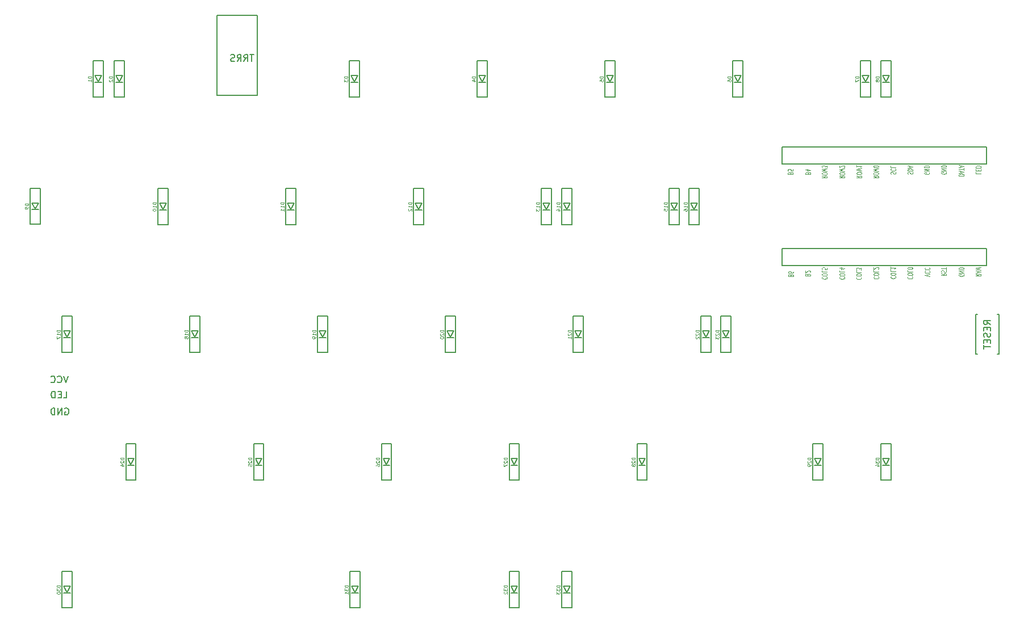
<source format=gbo>
G04 #@! TF.GenerationSoftware,KiCad,Pcbnew,(5.1.5-0-10_14)*
G04 #@! TF.CreationDate,2020-08-12T23:14:55+09:00*
G04 #@! TF.ProjectId,iroha60-right,69726f68-6136-4302-9d72-696768742e6b,rev?*
G04 #@! TF.SameCoordinates,Original*
G04 #@! TF.FileFunction,Legend,Bot*
G04 #@! TF.FilePolarity,Positive*
%FSLAX46Y46*%
G04 Gerber Fmt 4.6, Leading zero omitted, Abs format (unit mm)*
G04 Created by KiCad (PCBNEW (5.1.5-0-10_14)) date 2020-08-12 23:14:55*
%MOMM*%
%LPD*%
G04 APERTURE LIST*
%ADD10C,0.150000*%
%ADD11C,0.125000*%
G04 APERTURE END LIST*
D10*
X46750000Y-30637500D02*
X45250000Y-30637500D01*
X46750000Y-36037500D02*
X46750000Y-30637500D01*
X45250000Y-36037500D02*
X46750000Y-36037500D01*
X45250000Y-30637500D02*
X45250000Y-36037500D01*
X45500000Y-33837500D02*
X46500000Y-33837500D01*
X46500000Y-32837500D02*
X46000000Y-33737500D01*
X45500000Y-32837500D02*
X46500000Y-32837500D01*
X46000000Y-33737500D02*
X45500000Y-32837500D01*
X49900000Y-30637500D02*
X48400000Y-30637500D01*
X49900000Y-36037500D02*
X49900000Y-30637500D01*
X48400000Y-36037500D02*
X49900000Y-36037500D01*
X48400000Y-30637500D02*
X48400000Y-36037500D01*
X48650000Y-33837500D02*
X49650000Y-33837500D01*
X49650000Y-32837500D02*
X49150000Y-33737500D01*
X48650000Y-32837500D02*
X49650000Y-32837500D01*
X49150000Y-33737500D02*
X48650000Y-32837500D01*
X84950000Y-30637500D02*
X83450000Y-30637500D01*
X84950000Y-36037500D02*
X84950000Y-30637500D01*
X83450000Y-36037500D02*
X84950000Y-36037500D01*
X83450000Y-30637500D02*
X83450000Y-36037500D01*
X83700000Y-33837500D02*
X84700000Y-33837500D01*
X84700000Y-32837500D02*
X84200000Y-33737500D01*
X83700000Y-32837500D02*
X84700000Y-32837500D01*
X84200000Y-33737500D02*
X83700000Y-32837500D01*
X104000000Y-30637500D02*
X102500000Y-30637500D01*
X104000000Y-36037500D02*
X104000000Y-30637500D01*
X102500000Y-36037500D02*
X104000000Y-36037500D01*
X102500000Y-30637500D02*
X102500000Y-36037500D01*
X102750000Y-33837500D02*
X103750000Y-33837500D01*
X103750000Y-32837500D02*
X103250000Y-33737500D01*
X102750000Y-32837500D02*
X103750000Y-32837500D01*
X103250000Y-33737500D02*
X102750000Y-32837500D01*
X123050000Y-30637500D02*
X121550000Y-30637500D01*
X123050000Y-36037500D02*
X123050000Y-30637500D01*
X121550000Y-36037500D02*
X123050000Y-36037500D01*
X121550000Y-30637500D02*
X121550000Y-36037500D01*
X121800000Y-33837500D02*
X122800000Y-33837500D01*
X122800000Y-32837500D02*
X122300000Y-33737500D01*
X121800000Y-32837500D02*
X122800000Y-32837500D01*
X122300000Y-33737500D02*
X121800000Y-32837500D01*
X142100000Y-30637500D02*
X140600000Y-30637500D01*
X142100000Y-36037500D02*
X142100000Y-30637500D01*
X140600000Y-36037500D02*
X142100000Y-36037500D01*
X140600000Y-30637500D02*
X140600000Y-36037500D01*
X140850000Y-33837500D02*
X141850000Y-33837500D01*
X141850000Y-32837500D02*
X141350000Y-33737500D01*
X140850000Y-32837500D02*
X141850000Y-32837500D01*
X141350000Y-33737500D02*
X140850000Y-32837500D01*
X161150000Y-30637500D02*
X159650000Y-30637500D01*
X161150000Y-36037500D02*
X161150000Y-30637500D01*
X159650000Y-36037500D02*
X161150000Y-36037500D01*
X159650000Y-30637500D02*
X159650000Y-36037500D01*
X159900000Y-33837500D02*
X160900000Y-33837500D01*
X160900000Y-32837500D02*
X160400000Y-33737500D01*
X159900000Y-32837500D02*
X160900000Y-32837500D01*
X160400000Y-33737500D02*
X159900000Y-32837500D01*
X164200000Y-30637500D02*
X162700000Y-30637500D01*
X164200000Y-36037500D02*
X164200000Y-30637500D01*
X162700000Y-36037500D02*
X164200000Y-36037500D01*
X162700000Y-30637500D02*
X162700000Y-36037500D01*
X162950000Y-33837500D02*
X163950000Y-33837500D01*
X163950000Y-32837500D02*
X163450000Y-33737500D01*
X162950000Y-32837500D02*
X163950000Y-32837500D01*
X163450000Y-33737500D02*
X162950000Y-32837500D01*
X36575000Y-52737500D02*
X36075000Y-51837500D01*
X36075000Y-51837500D02*
X37075000Y-51837500D01*
X37075000Y-51837500D02*
X36575000Y-52737500D01*
X36075000Y-52837500D02*
X37075000Y-52837500D01*
X35825000Y-49637500D02*
X35825000Y-55037500D01*
X35825000Y-55037500D02*
X37325000Y-55037500D01*
X37325000Y-55037500D02*
X37325000Y-49637500D01*
X37325000Y-49637500D02*
X35825000Y-49637500D01*
X55625000Y-52787500D02*
X55125000Y-51887500D01*
X55125000Y-51887500D02*
X56125000Y-51887500D01*
X56125000Y-51887500D02*
X55625000Y-52787500D01*
X55125000Y-52887500D02*
X56125000Y-52887500D01*
X54875000Y-49687500D02*
X54875000Y-55087500D01*
X54875000Y-55087500D02*
X56375000Y-55087500D01*
X56375000Y-55087500D02*
X56375000Y-49687500D01*
X56375000Y-49687500D02*
X54875000Y-49687500D01*
X74675000Y-52787500D02*
X74175000Y-51887500D01*
X74175000Y-51887500D02*
X75175000Y-51887500D01*
X75175000Y-51887500D02*
X74675000Y-52787500D01*
X74175000Y-52887500D02*
X75175000Y-52887500D01*
X73925000Y-49687500D02*
X73925000Y-55087500D01*
X73925000Y-55087500D02*
X75425000Y-55087500D01*
X75425000Y-55087500D02*
X75425000Y-49687500D01*
X75425000Y-49687500D02*
X73925000Y-49687500D01*
X93725000Y-52787500D02*
X93225000Y-51887500D01*
X93225000Y-51887500D02*
X94225000Y-51887500D01*
X94225000Y-51887500D02*
X93725000Y-52787500D01*
X93225000Y-52887500D02*
X94225000Y-52887500D01*
X92975000Y-49687500D02*
X92975000Y-55087500D01*
X92975000Y-55087500D02*
X94475000Y-55087500D01*
X94475000Y-55087500D02*
X94475000Y-49687500D01*
X94475000Y-49687500D02*
X92975000Y-49687500D01*
X112775000Y-52787500D02*
X112275000Y-51887500D01*
X112275000Y-51887500D02*
X113275000Y-51887500D01*
X113275000Y-51887500D02*
X112775000Y-52787500D01*
X112275000Y-52887500D02*
X113275000Y-52887500D01*
X112025000Y-49687500D02*
X112025000Y-55087500D01*
X112025000Y-55087500D02*
X113525000Y-55087500D01*
X113525000Y-55087500D02*
X113525000Y-49687500D01*
X113525000Y-49687500D02*
X112025000Y-49687500D01*
X115825000Y-52787500D02*
X115325000Y-51887500D01*
X115325000Y-51887500D02*
X116325000Y-51887500D01*
X116325000Y-51887500D02*
X115825000Y-52787500D01*
X115325000Y-52887500D02*
X116325000Y-52887500D01*
X115075000Y-49687500D02*
X115075000Y-55087500D01*
X115075000Y-55087500D02*
X116575000Y-55087500D01*
X116575000Y-55087500D02*
X116575000Y-49687500D01*
X116575000Y-49687500D02*
X115075000Y-49687500D01*
X131825000Y-52787500D02*
X131325000Y-51887500D01*
X131325000Y-51887500D02*
X132325000Y-51887500D01*
X132325000Y-51887500D02*
X131825000Y-52787500D01*
X131325000Y-52887500D02*
X132325000Y-52887500D01*
X131075000Y-49687500D02*
X131075000Y-55087500D01*
X131075000Y-55087500D02*
X132575000Y-55087500D01*
X132575000Y-55087500D02*
X132575000Y-49687500D01*
X132575000Y-49687500D02*
X131075000Y-49687500D01*
X134825000Y-52787500D02*
X134325000Y-51887500D01*
X134325000Y-51887500D02*
X135325000Y-51887500D01*
X135325000Y-51887500D02*
X134825000Y-52787500D01*
X134325000Y-52887500D02*
X135325000Y-52887500D01*
X134075000Y-49687500D02*
X134075000Y-55087500D01*
X134075000Y-55087500D02*
X135575000Y-55087500D01*
X135575000Y-55087500D02*
X135575000Y-49687500D01*
X135575000Y-49687500D02*
X134075000Y-49687500D01*
X42087500Y-68737500D02*
X40587500Y-68737500D01*
X42087500Y-74137500D02*
X42087500Y-68737500D01*
X40587500Y-74137500D02*
X42087500Y-74137500D01*
X40587500Y-68737500D02*
X40587500Y-74137500D01*
X40837500Y-71937500D02*
X41837500Y-71937500D01*
X41837500Y-70937500D02*
X41337500Y-71837500D01*
X40837500Y-70937500D02*
X41837500Y-70937500D01*
X41337500Y-71837500D02*
X40837500Y-70937500D01*
X61137500Y-68737500D02*
X59637500Y-68737500D01*
X61137500Y-74137500D02*
X61137500Y-68737500D01*
X59637500Y-74137500D02*
X61137500Y-74137500D01*
X59637500Y-68737500D02*
X59637500Y-74137500D01*
X59887500Y-71937500D02*
X60887500Y-71937500D01*
X60887500Y-70937500D02*
X60387500Y-71837500D01*
X59887500Y-70937500D02*
X60887500Y-70937500D01*
X60387500Y-71837500D02*
X59887500Y-70937500D01*
X80187500Y-68737500D02*
X78687500Y-68737500D01*
X80187500Y-74137500D02*
X80187500Y-68737500D01*
X78687500Y-74137500D02*
X80187500Y-74137500D01*
X78687500Y-68737500D02*
X78687500Y-74137500D01*
X78937500Y-71937500D02*
X79937500Y-71937500D01*
X79937500Y-70937500D02*
X79437500Y-71837500D01*
X78937500Y-70937500D02*
X79937500Y-70937500D01*
X79437500Y-71837500D02*
X78937500Y-70937500D01*
X98487500Y-71837500D02*
X97987500Y-70937500D01*
X97987500Y-70937500D02*
X98987500Y-70937500D01*
X98987500Y-70937500D02*
X98487500Y-71837500D01*
X97987500Y-71937500D02*
X98987500Y-71937500D01*
X97737500Y-68737500D02*
X97737500Y-74137500D01*
X97737500Y-74137500D02*
X99237500Y-74137500D01*
X99237500Y-74137500D02*
X99237500Y-68737500D01*
X99237500Y-68737500D02*
X97737500Y-68737500D01*
X117537500Y-71837500D02*
X117037500Y-70937500D01*
X117037500Y-70937500D02*
X118037500Y-70937500D01*
X118037500Y-70937500D02*
X117537500Y-71837500D01*
X117037500Y-71937500D02*
X118037500Y-71937500D01*
X116787500Y-68737500D02*
X116787500Y-74137500D01*
X116787500Y-74137500D02*
X118287500Y-74137500D01*
X118287500Y-74137500D02*
X118287500Y-68737500D01*
X118287500Y-68737500D02*
X116787500Y-68737500D01*
X137337500Y-68737500D02*
X135837500Y-68737500D01*
X137337500Y-74137500D02*
X137337500Y-68737500D01*
X135837500Y-74137500D02*
X137337500Y-74137500D01*
X135837500Y-68737500D02*
X135837500Y-74137500D01*
X136087500Y-71937500D02*
X137087500Y-71937500D01*
X137087500Y-70937500D02*
X136587500Y-71837500D01*
X136087500Y-70937500D02*
X137087500Y-70937500D01*
X136587500Y-71837500D02*
X136087500Y-70937500D01*
X139543750Y-71837500D02*
X139043750Y-70937500D01*
X139043750Y-70937500D02*
X140043750Y-70937500D01*
X140043750Y-70937500D02*
X139543750Y-71837500D01*
X139043750Y-71937500D02*
X140043750Y-71937500D01*
X138793750Y-68737500D02*
X138793750Y-74137500D01*
X138793750Y-74137500D02*
X140293750Y-74137500D01*
X140293750Y-74137500D02*
X140293750Y-68737500D01*
X140293750Y-68737500D02*
X138793750Y-68737500D01*
X50862500Y-90887500D02*
X50362500Y-89987500D01*
X50362500Y-89987500D02*
X51362500Y-89987500D01*
X51362500Y-89987500D02*
X50862500Y-90887500D01*
X50362500Y-90987500D02*
X51362500Y-90987500D01*
X50112500Y-87787500D02*
X50112500Y-93187500D01*
X50112500Y-93187500D02*
X51612500Y-93187500D01*
X51612500Y-93187500D02*
X51612500Y-87787500D01*
X51612500Y-87787500D02*
X50112500Y-87787500D01*
X69912500Y-90887500D02*
X69412500Y-89987500D01*
X69412500Y-89987500D02*
X70412500Y-89987500D01*
X70412500Y-89987500D02*
X69912500Y-90887500D01*
X69412500Y-90987500D02*
X70412500Y-90987500D01*
X69162500Y-87787500D02*
X69162500Y-93187500D01*
X69162500Y-93187500D02*
X70662500Y-93187500D01*
X70662500Y-93187500D02*
X70662500Y-87787500D01*
X70662500Y-87787500D02*
X69162500Y-87787500D01*
X88962500Y-90887500D02*
X88462500Y-89987500D01*
X88462500Y-89987500D02*
X89462500Y-89987500D01*
X89462500Y-89987500D02*
X88962500Y-90887500D01*
X88462500Y-90987500D02*
X89462500Y-90987500D01*
X88212500Y-87787500D02*
X88212500Y-93187500D01*
X88212500Y-93187500D02*
X89712500Y-93187500D01*
X89712500Y-93187500D02*
X89712500Y-87787500D01*
X89712500Y-87787500D02*
X88212500Y-87787500D01*
X108762500Y-87787500D02*
X107262500Y-87787500D01*
X108762500Y-93187500D02*
X108762500Y-87787500D01*
X107262500Y-93187500D02*
X108762500Y-93187500D01*
X107262500Y-87787500D02*
X107262500Y-93187500D01*
X107512500Y-90987500D02*
X108512500Y-90987500D01*
X108512500Y-89987500D02*
X108012500Y-90887500D01*
X107512500Y-89987500D02*
X108512500Y-89987500D01*
X108012500Y-90887500D02*
X107512500Y-89987500D01*
X127812500Y-87787500D02*
X126312500Y-87787500D01*
X127812500Y-93187500D02*
X127812500Y-87787500D01*
X126312500Y-93187500D02*
X127812500Y-93187500D01*
X126312500Y-87787500D02*
X126312500Y-93187500D01*
X126562500Y-90987500D02*
X127562500Y-90987500D01*
X127562500Y-89987500D02*
X127062500Y-90887500D01*
X126562500Y-89987500D02*
X127562500Y-89987500D01*
X127062500Y-90887500D02*
X126562500Y-89987500D01*
X154006250Y-87787500D02*
X152506250Y-87787500D01*
X154006250Y-93187500D02*
X154006250Y-87787500D01*
X152506250Y-93187500D02*
X154006250Y-93187500D01*
X152506250Y-87787500D02*
X152506250Y-93187500D01*
X152756250Y-90987500D02*
X153756250Y-90987500D01*
X153756250Y-89987500D02*
X153256250Y-90887500D01*
X152756250Y-89987500D02*
X153756250Y-89987500D01*
X153256250Y-90887500D02*
X152756250Y-89987500D01*
X41337500Y-109937500D02*
X40837500Y-109037500D01*
X40837500Y-109037500D02*
X41837500Y-109037500D01*
X41837500Y-109037500D02*
X41337500Y-109937500D01*
X40837500Y-110037500D02*
X41837500Y-110037500D01*
X40587500Y-106837500D02*
X40587500Y-112237500D01*
X40587500Y-112237500D02*
X42087500Y-112237500D01*
X42087500Y-112237500D02*
X42087500Y-106837500D01*
X42087500Y-106837500D02*
X40587500Y-106837500D01*
X84293750Y-109937500D02*
X83793750Y-109037500D01*
X83793750Y-109037500D02*
X84793750Y-109037500D01*
X84793750Y-109037500D02*
X84293750Y-109937500D01*
X83793750Y-110037500D02*
X84793750Y-110037500D01*
X83543750Y-106837500D02*
X83543750Y-112237500D01*
X83543750Y-112237500D02*
X85043750Y-112237500D01*
X85043750Y-112237500D02*
X85043750Y-106837500D01*
X85043750Y-106837500D02*
X83543750Y-106837500D01*
X108012500Y-109937500D02*
X107512500Y-109037500D01*
X107512500Y-109037500D02*
X108512500Y-109037500D01*
X108512500Y-109037500D02*
X108012500Y-109937500D01*
X107512500Y-110037500D02*
X108512500Y-110037500D01*
X107262500Y-106837500D02*
X107262500Y-112237500D01*
X107262500Y-112237500D02*
X108762500Y-112237500D01*
X108762500Y-112237500D02*
X108762500Y-106837500D01*
X108762500Y-106837500D02*
X107262500Y-106837500D01*
X116575000Y-106837500D02*
X115075000Y-106837500D01*
X116575000Y-112237500D02*
X116575000Y-106837500D01*
X115075000Y-112237500D02*
X116575000Y-112237500D01*
X115075000Y-106837500D02*
X115075000Y-112237500D01*
X115325000Y-110037500D02*
X116325000Y-110037500D01*
X116325000Y-109037500D02*
X115825000Y-109937500D01*
X115325000Y-109037500D02*
X116325000Y-109037500D01*
X115825000Y-109937500D02*
X115325000Y-109037500D01*
X69675000Y-23812500D02*
X63675000Y-23812500D01*
X63675000Y-23812500D02*
X63675000Y-35812500D01*
X63675000Y-35812500D02*
X69675000Y-35812500D01*
X69675000Y-35812500D02*
X69675000Y-23812500D01*
X180293750Y-68437500D02*
X180293750Y-74437500D01*
X180293750Y-74437500D02*
X180043750Y-74437500D01*
X180293750Y-68437500D02*
X180043750Y-68437500D01*
X176793750Y-68437500D02*
X177043750Y-68437500D01*
X176793750Y-68437500D02*
X176793750Y-74437500D01*
X176793750Y-74437500D02*
X177043750Y-74437500D01*
X147955500Y-46001100D02*
X178435500Y-46001100D01*
X147955500Y-43461100D02*
X147955500Y-46001100D01*
X178435500Y-43461100D02*
X147955500Y-43461100D01*
X178435500Y-46001100D02*
X178435500Y-43461100D01*
X147955500Y-61221100D02*
X178435500Y-61221100D01*
X147955500Y-58681100D02*
X147955500Y-61221100D01*
X178435500Y-58681100D02*
X147955500Y-58681100D01*
X178435500Y-61221100D02*
X178435500Y-58681100D01*
X163450000Y-90887500D02*
X162950000Y-89987500D01*
X162950000Y-89987500D02*
X163950000Y-89987500D01*
X163950000Y-89987500D02*
X163450000Y-90887500D01*
X162950000Y-90987500D02*
X163950000Y-90987500D01*
X162700000Y-87787500D02*
X162700000Y-93187500D01*
X162700000Y-93187500D02*
X164200000Y-93187500D01*
X164200000Y-93187500D02*
X164200000Y-87787500D01*
X164200000Y-87787500D02*
X162700000Y-87787500D01*
D11*
X44976190Y-32968452D02*
X44476190Y-32968452D01*
X44476190Y-33087500D01*
X44500000Y-33158928D01*
X44547619Y-33206547D01*
X44595238Y-33230357D01*
X44690476Y-33254166D01*
X44761904Y-33254166D01*
X44857142Y-33230357D01*
X44904761Y-33206547D01*
X44952380Y-33158928D01*
X44976190Y-33087500D01*
X44976190Y-32968452D01*
X44976190Y-33730357D02*
X44976190Y-33444642D01*
X44976190Y-33587500D02*
X44476190Y-33587500D01*
X44547619Y-33539880D01*
X44595238Y-33492261D01*
X44619047Y-33444642D01*
X48126190Y-32968452D02*
X47626190Y-32968452D01*
X47626190Y-33087500D01*
X47650000Y-33158928D01*
X47697619Y-33206547D01*
X47745238Y-33230357D01*
X47840476Y-33254166D01*
X47911904Y-33254166D01*
X48007142Y-33230357D01*
X48054761Y-33206547D01*
X48102380Y-33158928D01*
X48126190Y-33087500D01*
X48126190Y-32968452D01*
X47673809Y-33444642D02*
X47650000Y-33468452D01*
X47626190Y-33516071D01*
X47626190Y-33635119D01*
X47650000Y-33682738D01*
X47673809Y-33706547D01*
X47721428Y-33730357D01*
X47769047Y-33730357D01*
X47840476Y-33706547D01*
X48126190Y-33420833D01*
X48126190Y-33730357D01*
X83176190Y-32968452D02*
X82676190Y-32968452D01*
X82676190Y-33087500D01*
X82700000Y-33158928D01*
X82747619Y-33206547D01*
X82795238Y-33230357D01*
X82890476Y-33254166D01*
X82961904Y-33254166D01*
X83057142Y-33230357D01*
X83104761Y-33206547D01*
X83152380Y-33158928D01*
X83176190Y-33087500D01*
X83176190Y-32968452D01*
X82676190Y-33420833D02*
X82676190Y-33730357D01*
X82866666Y-33563690D01*
X82866666Y-33635119D01*
X82890476Y-33682738D01*
X82914285Y-33706547D01*
X82961904Y-33730357D01*
X83080952Y-33730357D01*
X83128571Y-33706547D01*
X83152380Y-33682738D01*
X83176190Y-33635119D01*
X83176190Y-33492261D01*
X83152380Y-33444642D01*
X83128571Y-33420833D01*
X102226190Y-32968452D02*
X101726190Y-32968452D01*
X101726190Y-33087500D01*
X101750000Y-33158928D01*
X101797619Y-33206547D01*
X101845238Y-33230357D01*
X101940476Y-33254166D01*
X102011904Y-33254166D01*
X102107142Y-33230357D01*
X102154761Y-33206547D01*
X102202380Y-33158928D01*
X102226190Y-33087500D01*
X102226190Y-32968452D01*
X101892857Y-33682738D02*
X102226190Y-33682738D01*
X101702380Y-33563690D02*
X102059523Y-33444642D01*
X102059523Y-33754166D01*
X121276190Y-32968452D02*
X120776190Y-32968452D01*
X120776190Y-33087500D01*
X120800000Y-33158928D01*
X120847619Y-33206547D01*
X120895238Y-33230357D01*
X120990476Y-33254166D01*
X121061904Y-33254166D01*
X121157142Y-33230357D01*
X121204761Y-33206547D01*
X121252380Y-33158928D01*
X121276190Y-33087500D01*
X121276190Y-32968452D01*
X120776190Y-33706547D02*
X120776190Y-33468452D01*
X121014285Y-33444642D01*
X120990476Y-33468452D01*
X120966666Y-33516071D01*
X120966666Y-33635119D01*
X120990476Y-33682738D01*
X121014285Y-33706547D01*
X121061904Y-33730357D01*
X121180952Y-33730357D01*
X121228571Y-33706547D01*
X121252380Y-33682738D01*
X121276190Y-33635119D01*
X121276190Y-33516071D01*
X121252380Y-33468452D01*
X121228571Y-33444642D01*
X140326190Y-32968452D02*
X139826190Y-32968452D01*
X139826190Y-33087500D01*
X139850000Y-33158928D01*
X139897619Y-33206547D01*
X139945238Y-33230357D01*
X140040476Y-33254166D01*
X140111904Y-33254166D01*
X140207142Y-33230357D01*
X140254761Y-33206547D01*
X140302380Y-33158928D01*
X140326190Y-33087500D01*
X140326190Y-32968452D01*
X139826190Y-33682738D02*
X139826190Y-33587500D01*
X139850000Y-33539880D01*
X139873809Y-33516071D01*
X139945238Y-33468452D01*
X140040476Y-33444642D01*
X140230952Y-33444642D01*
X140278571Y-33468452D01*
X140302380Y-33492261D01*
X140326190Y-33539880D01*
X140326190Y-33635119D01*
X140302380Y-33682738D01*
X140278571Y-33706547D01*
X140230952Y-33730357D01*
X140111904Y-33730357D01*
X140064285Y-33706547D01*
X140040476Y-33682738D01*
X140016666Y-33635119D01*
X140016666Y-33539880D01*
X140040476Y-33492261D01*
X140064285Y-33468452D01*
X140111904Y-33444642D01*
X159376190Y-32968452D02*
X158876190Y-32968452D01*
X158876190Y-33087500D01*
X158900000Y-33158928D01*
X158947619Y-33206547D01*
X158995238Y-33230357D01*
X159090476Y-33254166D01*
X159161904Y-33254166D01*
X159257142Y-33230357D01*
X159304761Y-33206547D01*
X159352380Y-33158928D01*
X159376190Y-33087500D01*
X159376190Y-32968452D01*
X158876190Y-33420833D02*
X158876190Y-33754166D01*
X159376190Y-33539880D01*
X162426190Y-32968452D02*
X161926190Y-32968452D01*
X161926190Y-33087500D01*
X161950000Y-33158928D01*
X161997619Y-33206547D01*
X162045238Y-33230357D01*
X162140476Y-33254166D01*
X162211904Y-33254166D01*
X162307142Y-33230357D01*
X162354761Y-33206547D01*
X162402380Y-33158928D01*
X162426190Y-33087500D01*
X162426190Y-32968452D01*
X162140476Y-33539880D02*
X162116666Y-33492261D01*
X162092857Y-33468452D01*
X162045238Y-33444642D01*
X162021428Y-33444642D01*
X161973809Y-33468452D01*
X161950000Y-33492261D01*
X161926190Y-33539880D01*
X161926190Y-33635119D01*
X161950000Y-33682738D01*
X161973809Y-33706547D01*
X162021428Y-33730357D01*
X162045238Y-33730357D01*
X162092857Y-33706547D01*
X162116666Y-33682738D01*
X162140476Y-33635119D01*
X162140476Y-33539880D01*
X162164285Y-33492261D01*
X162188095Y-33468452D01*
X162235714Y-33444642D01*
X162330952Y-33444642D01*
X162378571Y-33468452D01*
X162402380Y-33492261D01*
X162426190Y-33539880D01*
X162426190Y-33635119D01*
X162402380Y-33682738D01*
X162378571Y-33706547D01*
X162330952Y-33730357D01*
X162235714Y-33730357D01*
X162188095Y-33706547D01*
X162164285Y-33682738D01*
X162140476Y-33635119D01*
X35551190Y-51968452D02*
X35051190Y-51968452D01*
X35051190Y-52087500D01*
X35075000Y-52158928D01*
X35122619Y-52206547D01*
X35170238Y-52230357D01*
X35265476Y-52254166D01*
X35336904Y-52254166D01*
X35432142Y-52230357D01*
X35479761Y-52206547D01*
X35527380Y-52158928D01*
X35551190Y-52087500D01*
X35551190Y-51968452D01*
X35551190Y-52492261D02*
X35551190Y-52587500D01*
X35527380Y-52635119D01*
X35503571Y-52658928D01*
X35432142Y-52706547D01*
X35336904Y-52730357D01*
X35146428Y-52730357D01*
X35098809Y-52706547D01*
X35075000Y-52682738D01*
X35051190Y-52635119D01*
X35051190Y-52539880D01*
X35075000Y-52492261D01*
X35098809Y-52468452D01*
X35146428Y-52444642D01*
X35265476Y-52444642D01*
X35313095Y-52468452D01*
X35336904Y-52492261D01*
X35360714Y-52539880D01*
X35360714Y-52635119D01*
X35336904Y-52682738D01*
X35313095Y-52706547D01*
X35265476Y-52730357D01*
X54601190Y-51780357D02*
X54101190Y-51780357D01*
X54101190Y-51899404D01*
X54125000Y-51970833D01*
X54172619Y-52018452D01*
X54220238Y-52042261D01*
X54315476Y-52066071D01*
X54386904Y-52066071D01*
X54482142Y-52042261D01*
X54529761Y-52018452D01*
X54577380Y-51970833D01*
X54601190Y-51899404D01*
X54601190Y-51780357D01*
X54601190Y-52542261D02*
X54601190Y-52256547D01*
X54601190Y-52399404D02*
X54101190Y-52399404D01*
X54172619Y-52351785D01*
X54220238Y-52304166D01*
X54244047Y-52256547D01*
X54101190Y-52851785D02*
X54101190Y-52899404D01*
X54125000Y-52947023D01*
X54148809Y-52970833D01*
X54196428Y-52994642D01*
X54291666Y-53018452D01*
X54410714Y-53018452D01*
X54505952Y-52994642D01*
X54553571Y-52970833D01*
X54577380Y-52947023D01*
X54601190Y-52899404D01*
X54601190Y-52851785D01*
X54577380Y-52804166D01*
X54553571Y-52780357D01*
X54505952Y-52756547D01*
X54410714Y-52732738D01*
X54291666Y-52732738D01*
X54196428Y-52756547D01*
X54148809Y-52780357D01*
X54125000Y-52804166D01*
X54101190Y-52851785D01*
X73651190Y-51780357D02*
X73151190Y-51780357D01*
X73151190Y-51899404D01*
X73175000Y-51970833D01*
X73222619Y-52018452D01*
X73270238Y-52042261D01*
X73365476Y-52066071D01*
X73436904Y-52066071D01*
X73532142Y-52042261D01*
X73579761Y-52018452D01*
X73627380Y-51970833D01*
X73651190Y-51899404D01*
X73651190Y-51780357D01*
X73651190Y-52542261D02*
X73651190Y-52256547D01*
X73651190Y-52399404D02*
X73151190Y-52399404D01*
X73222619Y-52351785D01*
X73270238Y-52304166D01*
X73294047Y-52256547D01*
X73651190Y-53018452D02*
X73651190Y-52732738D01*
X73651190Y-52875595D02*
X73151190Y-52875595D01*
X73222619Y-52827976D01*
X73270238Y-52780357D01*
X73294047Y-52732738D01*
X92701190Y-51780357D02*
X92201190Y-51780357D01*
X92201190Y-51899404D01*
X92225000Y-51970833D01*
X92272619Y-52018452D01*
X92320238Y-52042261D01*
X92415476Y-52066071D01*
X92486904Y-52066071D01*
X92582142Y-52042261D01*
X92629761Y-52018452D01*
X92677380Y-51970833D01*
X92701190Y-51899404D01*
X92701190Y-51780357D01*
X92701190Y-52542261D02*
X92701190Y-52256547D01*
X92701190Y-52399404D02*
X92201190Y-52399404D01*
X92272619Y-52351785D01*
X92320238Y-52304166D01*
X92344047Y-52256547D01*
X92248809Y-52732738D02*
X92225000Y-52756547D01*
X92201190Y-52804166D01*
X92201190Y-52923214D01*
X92225000Y-52970833D01*
X92248809Y-52994642D01*
X92296428Y-53018452D01*
X92344047Y-53018452D01*
X92415476Y-52994642D01*
X92701190Y-52708928D01*
X92701190Y-53018452D01*
X111751190Y-51780357D02*
X111251190Y-51780357D01*
X111251190Y-51899404D01*
X111275000Y-51970833D01*
X111322619Y-52018452D01*
X111370238Y-52042261D01*
X111465476Y-52066071D01*
X111536904Y-52066071D01*
X111632142Y-52042261D01*
X111679761Y-52018452D01*
X111727380Y-51970833D01*
X111751190Y-51899404D01*
X111751190Y-51780357D01*
X111751190Y-52542261D02*
X111751190Y-52256547D01*
X111751190Y-52399404D02*
X111251190Y-52399404D01*
X111322619Y-52351785D01*
X111370238Y-52304166D01*
X111394047Y-52256547D01*
X111251190Y-52708928D02*
X111251190Y-53018452D01*
X111441666Y-52851785D01*
X111441666Y-52923214D01*
X111465476Y-52970833D01*
X111489285Y-52994642D01*
X111536904Y-53018452D01*
X111655952Y-53018452D01*
X111703571Y-52994642D01*
X111727380Y-52970833D01*
X111751190Y-52923214D01*
X111751190Y-52780357D01*
X111727380Y-52732738D01*
X111703571Y-52708928D01*
X114801190Y-51780357D02*
X114301190Y-51780357D01*
X114301190Y-51899404D01*
X114325000Y-51970833D01*
X114372619Y-52018452D01*
X114420238Y-52042261D01*
X114515476Y-52066071D01*
X114586904Y-52066071D01*
X114682142Y-52042261D01*
X114729761Y-52018452D01*
X114777380Y-51970833D01*
X114801190Y-51899404D01*
X114801190Y-51780357D01*
X114801190Y-52542261D02*
X114801190Y-52256547D01*
X114801190Y-52399404D02*
X114301190Y-52399404D01*
X114372619Y-52351785D01*
X114420238Y-52304166D01*
X114444047Y-52256547D01*
X114467857Y-52970833D02*
X114801190Y-52970833D01*
X114277380Y-52851785D02*
X114634523Y-52732738D01*
X114634523Y-53042261D01*
X130801190Y-51780357D02*
X130301190Y-51780357D01*
X130301190Y-51899404D01*
X130325000Y-51970833D01*
X130372619Y-52018452D01*
X130420238Y-52042261D01*
X130515476Y-52066071D01*
X130586904Y-52066071D01*
X130682142Y-52042261D01*
X130729761Y-52018452D01*
X130777380Y-51970833D01*
X130801190Y-51899404D01*
X130801190Y-51780357D01*
X130801190Y-52542261D02*
X130801190Y-52256547D01*
X130801190Y-52399404D02*
X130301190Y-52399404D01*
X130372619Y-52351785D01*
X130420238Y-52304166D01*
X130444047Y-52256547D01*
X130301190Y-52994642D02*
X130301190Y-52756547D01*
X130539285Y-52732738D01*
X130515476Y-52756547D01*
X130491666Y-52804166D01*
X130491666Y-52923214D01*
X130515476Y-52970833D01*
X130539285Y-52994642D01*
X130586904Y-53018452D01*
X130705952Y-53018452D01*
X130753571Y-52994642D01*
X130777380Y-52970833D01*
X130801190Y-52923214D01*
X130801190Y-52804166D01*
X130777380Y-52756547D01*
X130753571Y-52732738D01*
X133801190Y-51780357D02*
X133301190Y-51780357D01*
X133301190Y-51899404D01*
X133325000Y-51970833D01*
X133372619Y-52018452D01*
X133420238Y-52042261D01*
X133515476Y-52066071D01*
X133586904Y-52066071D01*
X133682142Y-52042261D01*
X133729761Y-52018452D01*
X133777380Y-51970833D01*
X133801190Y-51899404D01*
X133801190Y-51780357D01*
X133801190Y-52542261D02*
X133801190Y-52256547D01*
X133801190Y-52399404D02*
X133301190Y-52399404D01*
X133372619Y-52351785D01*
X133420238Y-52304166D01*
X133444047Y-52256547D01*
X133301190Y-52970833D02*
X133301190Y-52875595D01*
X133325000Y-52827976D01*
X133348809Y-52804166D01*
X133420238Y-52756547D01*
X133515476Y-52732738D01*
X133705952Y-52732738D01*
X133753571Y-52756547D01*
X133777380Y-52780357D01*
X133801190Y-52827976D01*
X133801190Y-52923214D01*
X133777380Y-52970833D01*
X133753571Y-52994642D01*
X133705952Y-53018452D01*
X133586904Y-53018452D01*
X133539285Y-52994642D01*
X133515476Y-52970833D01*
X133491666Y-52923214D01*
X133491666Y-52827976D01*
X133515476Y-52780357D01*
X133539285Y-52756547D01*
X133586904Y-52732738D01*
X40313690Y-70830357D02*
X39813690Y-70830357D01*
X39813690Y-70949404D01*
X39837500Y-71020833D01*
X39885119Y-71068452D01*
X39932738Y-71092261D01*
X40027976Y-71116071D01*
X40099404Y-71116071D01*
X40194642Y-71092261D01*
X40242261Y-71068452D01*
X40289880Y-71020833D01*
X40313690Y-70949404D01*
X40313690Y-70830357D01*
X40313690Y-71592261D02*
X40313690Y-71306547D01*
X40313690Y-71449404D02*
X39813690Y-71449404D01*
X39885119Y-71401785D01*
X39932738Y-71354166D01*
X39956547Y-71306547D01*
X39813690Y-71758928D02*
X39813690Y-72092261D01*
X40313690Y-71877976D01*
X59363690Y-70830357D02*
X58863690Y-70830357D01*
X58863690Y-70949404D01*
X58887500Y-71020833D01*
X58935119Y-71068452D01*
X58982738Y-71092261D01*
X59077976Y-71116071D01*
X59149404Y-71116071D01*
X59244642Y-71092261D01*
X59292261Y-71068452D01*
X59339880Y-71020833D01*
X59363690Y-70949404D01*
X59363690Y-70830357D01*
X59363690Y-71592261D02*
X59363690Y-71306547D01*
X59363690Y-71449404D02*
X58863690Y-71449404D01*
X58935119Y-71401785D01*
X58982738Y-71354166D01*
X59006547Y-71306547D01*
X59077976Y-71877976D02*
X59054166Y-71830357D01*
X59030357Y-71806547D01*
X58982738Y-71782738D01*
X58958928Y-71782738D01*
X58911309Y-71806547D01*
X58887500Y-71830357D01*
X58863690Y-71877976D01*
X58863690Y-71973214D01*
X58887500Y-72020833D01*
X58911309Y-72044642D01*
X58958928Y-72068452D01*
X58982738Y-72068452D01*
X59030357Y-72044642D01*
X59054166Y-72020833D01*
X59077976Y-71973214D01*
X59077976Y-71877976D01*
X59101785Y-71830357D01*
X59125595Y-71806547D01*
X59173214Y-71782738D01*
X59268452Y-71782738D01*
X59316071Y-71806547D01*
X59339880Y-71830357D01*
X59363690Y-71877976D01*
X59363690Y-71973214D01*
X59339880Y-72020833D01*
X59316071Y-72044642D01*
X59268452Y-72068452D01*
X59173214Y-72068452D01*
X59125595Y-72044642D01*
X59101785Y-72020833D01*
X59077976Y-71973214D01*
X78413690Y-70830357D02*
X77913690Y-70830357D01*
X77913690Y-70949404D01*
X77937500Y-71020833D01*
X77985119Y-71068452D01*
X78032738Y-71092261D01*
X78127976Y-71116071D01*
X78199404Y-71116071D01*
X78294642Y-71092261D01*
X78342261Y-71068452D01*
X78389880Y-71020833D01*
X78413690Y-70949404D01*
X78413690Y-70830357D01*
X78413690Y-71592261D02*
X78413690Y-71306547D01*
X78413690Y-71449404D02*
X77913690Y-71449404D01*
X77985119Y-71401785D01*
X78032738Y-71354166D01*
X78056547Y-71306547D01*
X78413690Y-71830357D02*
X78413690Y-71925595D01*
X78389880Y-71973214D01*
X78366071Y-71997023D01*
X78294642Y-72044642D01*
X78199404Y-72068452D01*
X78008928Y-72068452D01*
X77961309Y-72044642D01*
X77937500Y-72020833D01*
X77913690Y-71973214D01*
X77913690Y-71877976D01*
X77937500Y-71830357D01*
X77961309Y-71806547D01*
X78008928Y-71782738D01*
X78127976Y-71782738D01*
X78175595Y-71806547D01*
X78199404Y-71830357D01*
X78223214Y-71877976D01*
X78223214Y-71973214D01*
X78199404Y-72020833D01*
X78175595Y-72044642D01*
X78127976Y-72068452D01*
X97463690Y-70830357D02*
X96963690Y-70830357D01*
X96963690Y-70949404D01*
X96987500Y-71020833D01*
X97035119Y-71068452D01*
X97082738Y-71092261D01*
X97177976Y-71116071D01*
X97249404Y-71116071D01*
X97344642Y-71092261D01*
X97392261Y-71068452D01*
X97439880Y-71020833D01*
X97463690Y-70949404D01*
X97463690Y-70830357D01*
X97011309Y-71306547D02*
X96987500Y-71330357D01*
X96963690Y-71377976D01*
X96963690Y-71497023D01*
X96987500Y-71544642D01*
X97011309Y-71568452D01*
X97058928Y-71592261D01*
X97106547Y-71592261D01*
X97177976Y-71568452D01*
X97463690Y-71282738D01*
X97463690Y-71592261D01*
X96963690Y-71901785D02*
X96963690Y-71949404D01*
X96987500Y-71997023D01*
X97011309Y-72020833D01*
X97058928Y-72044642D01*
X97154166Y-72068452D01*
X97273214Y-72068452D01*
X97368452Y-72044642D01*
X97416071Y-72020833D01*
X97439880Y-71997023D01*
X97463690Y-71949404D01*
X97463690Y-71901785D01*
X97439880Y-71854166D01*
X97416071Y-71830357D01*
X97368452Y-71806547D01*
X97273214Y-71782738D01*
X97154166Y-71782738D01*
X97058928Y-71806547D01*
X97011309Y-71830357D01*
X96987500Y-71854166D01*
X96963690Y-71901785D01*
X116513690Y-70830357D02*
X116013690Y-70830357D01*
X116013690Y-70949404D01*
X116037500Y-71020833D01*
X116085119Y-71068452D01*
X116132738Y-71092261D01*
X116227976Y-71116071D01*
X116299404Y-71116071D01*
X116394642Y-71092261D01*
X116442261Y-71068452D01*
X116489880Y-71020833D01*
X116513690Y-70949404D01*
X116513690Y-70830357D01*
X116061309Y-71306547D02*
X116037500Y-71330357D01*
X116013690Y-71377976D01*
X116013690Y-71497023D01*
X116037500Y-71544642D01*
X116061309Y-71568452D01*
X116108928Y-71592261D01*
X116156547Y-71592261D01*
X116227976Y-71568452D01*
X116513690Y-71282738D01*
X116513690Y-71592261D01*
X116513690Y-72068452D02*
X116513690Y-71782738D01*
X116513690Y-71925595D02*
X116013690Y-71925595D01*
X116085119Y-71877976D01*
X116132738Y-71830357D01*
X116156547Y-71782738D01*
X135563690Y-70830357D02*
X135063690Y-70830357D01*
X135063690Y-70949404D01*
X135087500Y-71020833D01*
X135135119Y-71068452D01*
X135182738Y-71092261D01*
X135277976Y-71116071D01*
X135349404Y-71116071D01*
X135444642Y-71092261D01*
X135492261Y-71068452D01*
X135539880Y-71020833D01*
X135563690Y-70949404D01*
X135563690Y-70830357D01*
X135111309Y-71306547D02*
X135087500Y-71330357D01*
X135063690Y-71377976D01*
X135063690Y-71497023D01*
X135087500Y-71544642D01*
X135111309Y-71568452D01*
X135158928Y-71592261D01*
X135206547Y-71592261D01*
X135277976Y-71568452D01*
X135563690Y-71282738D01*
X135563690Y-71592261D01*
X135111309Y-71782738D02*
X135087500Y-71806547D01*
X135063690Y-71854166D01*
X135063690Y-71973214D01*
X135087500Y-72020833D01*
X135111309Y-72044642D01*
X135158928Y-72068452D01*
X135206547Y-72068452D01*
X135277976Y-72044642D01*
X135563690Y-71758928D01*
X135563690Y-72068452D01*
X138519940Y-70830357D02*
X138019940Y-70830357D01*
X138019940Y-70949404D01*
X138043750Y-71020833D01*
X138091369Y-71068452D01*
X138138988Y-71092261D01*
X138234226Y-71116071D01*
X138305654Y-71116071D01*
X138400892Y-71092261D01*
X138448511Y-71068452D01*
X138496130Y-71020833D01*
X138519940Y-70949404D01*
X138519940Y-70830357D01*
X138067559Y-71306547D02*
X138043750Y-71330357D01*
X138019940Y-71377976D01*
X138019940Y-71497023D01*
X138043750Y-71544642D01*
X138067559Y-71568452D01*
X138115178Y-71592261D01*
X138162797Y-71592261D01*
X138234226Y-71568452D01*
X138519940Y-71282738D01*
X138519940Y-71592261D01*
X138019940Y-71758928D02*
X138019940Y-72068452D01*
X138210416Y-71901785D01*
X138210416Y-71973214D01*
X138234226Y-72020833D01*
X138258035Y-72044642D01*
X138305654Y-72068452D01*
X138424702Y-72068452D01*
X138472321Y-72044642D01*
X138496130Y-72020833D01*
X138519940Y-71973214D01*
X138519940Y-71830357D01*
X138496130Y-71782738D01*
X138472321Y-71758928D01*
X49838690Y-89880357D02*
X49338690Y-89880357D01*
X49338690Y-89999404D01*
X49362500Y-90070833D01*
X49410119Y-90118452D01*
X49457738Y-90142261D01*
X49552976Y-90166071D01*
X49624404Y-90166071D01*
X49719642Y-90142261D01*
X49767261Y-90118452D01*
X49814880Y-90070833D01*
X49838690Y-89999404D01*
X49838690Y-89880357D01*
X49386309Y-90356547D02*
X49362500Y-90380357D01*
X49338690Y-90427976D01*
X49338690Y-90547023D01*
X49362500Y-90594642D01*
X49386309Y-90618452D01*
X49433928Y-90642261D01*
X49481547Y-90642261D01*
X49552976Y-90618452D01*
X49838690Y-90332738D01*
X49838690Y-90642261D01*
X49505357Y-91070833D02*
X49838690Y-91070833D01*
X49314880Y-90951785D02*
X49672023Y-90832738D01*
X49672023Y-91142261D01*
X68888690Y-89880357D02*
X68388690Y-89880357D01*
X68388690Y-89999404D01*
X68412500Y-90070833D01*
X68460119Y-90118452D01*
X68507738Y-90142261D01*
X68602976Y-90166071D01*
X68674404Y-90166071D01*
X68769642Y-90142261D01*
X68817261Y-90118452D01*
X68864880Y-90070833D01*
X68888690Y-89999404D01*
X68888690Y-89880357D01*
X68436309Y-90356547D02*
X68412500Y-90380357D01*
X68388690Y-90427976D01*
X68388690Y-90547023D01*
X68412500Y-90594642D01*
X68436309Y-90618452D01*
X68483928Y-90642261D01*
X68531547Y-90642261D01*
X68602976Y-90618452D01*
X68888690Y-90332738D01*
X68888690Y-90642261D01*
X68388690Y-91094642D02*
X68388690Y-90856547D01*
X68626785Y-90832738D01*
X68602976Y-90856547D01*
X68579166Y-90904166D01*
X68579166Y-91023214D01*
X68602976Y-91070833D01*
X68626785Y-91094642D01*
X68674404Y-91118452D01*
X68793452Y-91118452D01*
X68841071Y-91094642D01*
X68864880Y-91070833D01*
X68888690Y-91023214D01*
X68888690Y-90904166D01*
X68864880Y-90856547D01*
X68841071Y-90832738D01*
X87938690Y-89880357D02*
X87438690Y-89880357D01*
X87438690Y-89999404D01*
X87462500Y-90070833D01*
X87510119Y-90118452D01*
X87557738Y-90142261D01*
X87652976Y-90166071D01*
X87724404Y-90166071D01*
X87819642Y-90142261D01*
X87867261Y-90118452D01*
X87914880Y-90070833D01*
X87938690Y-89999404D01*
X87938690Y-89880357D01*
X87486309Y-90356547D02*
X87462500Y-90380357D01*
X87438690Y-90427976D01*
X87438690Y-90547023D01*
X87462500Y-90594642D01*
X87486309Y-90618452D01*
X87533928Y-90642261D01*
X87581547Y-90642261D01*
X87652976Y-90618452D01*
X87938690Y-90332738D01*
X87938690Y-90642261D01*
X87438690Y-91070833D02*
X87438690Y-90975595D01*
X87462500Y-90927976D01*
X87486309Y-90904166D01*
X87557738Y-90856547D01*
X87652976Y-90832738D01*
X87843452Y-90832738D01*
X87891071Y-90856547D01*
X87914880Y-90880357D01*
X87938690Y-90927976D01*
X87938690Y-91023214D01*
X87914880Y-91070833D01*
X87891071Y-91094642D01*
X87843452Y-91118452D01*
X87724404Y-91118452D01*
X87676785Y-91094642D01*
X87652976Y-91070833D01*
X87629166Y-91023214D01*
X87629166Y-90927976D01*
X87652976Y-90880357D01*
X87676785Y-90856547D01*
X87724404Y-90832738D01*
X106988690Y-89880357D02*
X106488690Y-89880357D01*
X106488690Y-89999404D01*
X106512500Y-90070833D01*
X106560119Y-90118452D01*
X106607738Y-90142261D01*
X106702976Y-90166071D01*
X106774404Y-90166071D01*
X106869642Y-90142261D01*
X106917261Y-90118452D01*
X106964880Y-90070833D01*
X106988690Y-89999404D01*
X106988690Y-89880357D01*
X106536309Y-90356547D02*
X106512500Y-90380357D01*
X106488690Y-90427976D01*
X106488690Y-90547023D01*
X106512500Y-90594642D01*
X106536309Y-90618452D01*
X106583928Y-90642261D01*
X106631547Y-90642261D01*
X106702976Y-90618452D01*
X106988690Y-90332738D01*
X106988690Y-90642261D01*
X106488690Y-90808928D02*
X106488690Y-91142261D01*
X106988690Y-90927976D01*
X126038690Y-89880357D02*
X125538690Y-89880357D01*
X125538690Y-89999404D01*
X125562500Y-90070833D01*
X125610119Y-90118452D01*
X125657738Y-90142261D01*
X125752976Y-90166071D01*
X125824404Y-90166071D01*
X125919642Y-90142261D01*
X125967261Y-90118452D01*
X126014880Y-90070833D01*
X126038690Y-89999404D01*
X126038690Y-89880357D01*
X125586309Y-90356547D02*
X125562500Y-90380357D01*
X125538690Y-90427976D01*
X125538690Y-90547023D01*
X125562500Y-90594642D01*
X125586309Y-90618452D01*
X125633928Y-90642261D01*
X125681547Y-90642261D01*
X125752976Y-90618452D01*
X126038690Y-90332738D01*
X126038690Y-90642261D01*
X125752976Y-90927976D02*
X125729166Y-90880357D01*
X125705357Y-90856547D01*
X125657738Y-90832738D01*
X125633928Y-90832738D01*
X125586309Y-90856547D01*
X125562500Y-90880357D01*
X125538690Y-90927976D01*
X125538690Y-91023214D01*
X125562500Y-91070833D01*
X125586309Y-91094642D01*
X125633928Y-91118452D01*
X125657738Y-91118452D01*
X125705357Y-91094642D01*
X125729166Y-91070833D01*
X125752976Y-91023214D01*
X125752976Y-90927976D01*
X125776785Y-90880357D01*
X125800595Y-90856547D01*
X125848214Y-90832738D01*
X125943452Y-90832738D01*
X125991071Y-90856547D01*
X126014880Y-90880357D01*
X126038690Y-90927976D01*
X126038690Y-91023214D01*
X126014880Y-91070833D01*
X125991071Y-91094642D01*
X125943452Y-91118452D01*
X125848214Y-91118452D01*
X125800595Y-91094642D01*
X125776785Y-91070833D01*
X125752976Y-91023214D01*
X152232440Y-89880357D02*
X151732440Y-89880357D01*
X151732440Y-89999404D01*
X151756250Y-90070833D01*
X151803869Y-90118452D01*
X151851488Y-90142261D01*
X151946726Y-90166071D01*
X152018154Y-90166071D01*
X152113392Y-90142261D01*
X152161011Y-90118452D01*
X152208630Y-90070833D01*
X152232440Y-89999404D01*
X152232440Y-89880357D01*
X151780059Y-90356547D02*
X151756250Y-90380357D01*
X151732440Y-90427976D01*
X151732440Y-90547023D01*
X151756250Y-90594642D01*
X151780059Y-90618452D01*
X151827678Y-90642261D01*
X151875297Y-90642261D01*
X151946726Y-90618452D01*
X152232440Y-90332738D01*
X152232440Y-90642261D01*
X152232440Y-90880357D02*
X152232440Y-90975595D01*
X152208630Y-91023214D01*
X152184821Y-91047023D01*
X152113392Y-91094642D01*
X152018154Y-91118452D01*
X151827678Y-91118452D01*
X151780059Y-91094642D01*
X151756250Y-91070833D01*
X151732440Y-91023214D01*
X151732440Y-90927976D01*
X151756250Y-90880357D01*
X151780059Y-90856547D01*
X151827678Y-90832738D01*
X151946726Y-90832738D01*
X151994345Y-90856547D01*
X152018154Y-90880357D01*
X152041964Y-90927976D01*
X152041964Y-91023214D01*
X152018154Y-91070833D01*
X151994345Y-91094642D01*
X151946726Y-91118452D01*
X40313690Y-108930357D02*
X39813690Y-108930357D01*
X39813690Y-109049404D01*
X39837500Y-109120833D01*
X39885119Y-109168452D01*
X39932738Y-109192261D01*
X40027976Y-109216071D01*
X40099404Y-109216071D01*
X40194642Y-109192261D01*
X40242261Y-109168452D01*
X40289880Y-109120833D01*
X40313690Y-109049404D01*
X40313690Y-108930357D01*
X39813690Y-109382738D02*
X39813690Y-109692261D01*
X40004166Y-109525595D01*
X40004166Y-109597023D01*
X40027976Y-109644642D01*
X40051785Y-109668452D01*
X40099404Y-109692261D01*
X40218452Y-109692261D01*
X40266071Y-109668452D01*
X40289880Y-109644642D01*
X40313690Y-109597023D01*
X40313690Y-109454166D01*
X40289880Y-109406547D01*
X40266071Y-109382738D01*
X39813690Y-110001785D02*
X39813690Y-110049404D01*
X39837500Y-110097023D01*
X39861309Y-110120833D01*
X39908928Y-110144642D01*
X40004166Y-110168452D01*
X40123214Y-110168452D01*
X40218452Y-110144642D01*
X40266071Y-110120833D01*
X40289880Y-110097023D01*
X40313690Y-110049404D01*
X40313690Y-110001785D01*
X40289880Y-109954166D01*
X40266071Y-109930357D01*
X40218452Y-109906547D01*
X40123214Y-109882738D01*
X40004166Y-109882738D01*
X39908928Y-109906547D01*
X39861309Y-109930357D01*
X39837500Y-109954166D01*
X39813690Y-110001785D01*
X83269940Y-108930357D02*
X82769940Y-108930357D01*
X82769940Y-109049404D01*
X82793750Y-109120833D01*
X82841369Y-109168452D01*
X82888988Y-109192261D01*
X82984226Y-109216071D01*
X83055654Y-109216071D01*
X83150892Y-109192261D01*
X83198511Y-109168452D01*
X83246130Y-109120833D01*
X83269940Y-109049404D01*
X83269940Y-108930357D01*
X82769940Y-109382738D02*
X82769940Y-109692261D01*
X82960416Y-109525595D01*
X82960416Y-109597023D01*
X82984226Y-109644642D01*
X83008035Y-109668452D01*
X83055654Y-109692261D01*
X83174702Y-109692261D01*
X83222321Y-109668452D01*
X83246130Y-109644642D01*
X83269940Y-109597023D01*
X83269940Y-109454166D01*
X83246130Y-109406547D01*
X83222321Y-109382738D01*
X83269940Y-110168452D02*
X83269940Y-109882738D01*
X83269940Y-110025595D02*
X82769940Y-110025595D01*
X82841369Y-109977976D01*
X82888988Y-109930357D01*
X82912797Y-109882738D01*
X106988690Y-108930357D02*
X106488690Y-108930357D01*
X106488690Y-109049404D01*
X106512500Y-109120833D01*
X106560119Y-109168452D01*
X106607738Y-109192261D01*
X106702976Y-109216071D01*
X106774404Y-109216071D01*
X106869642Y-109192261D01*
X106917261Y-109168452D01*
X106964880Y-109120833D01*
X106988690Y-109049404D01*
X106988690Y-108930357D01*
X106488690Y-109382738D02*
X106488690Y-109692261D01*
X106679166Y-109525595D01*
X106679166Y-109597023D01*
X106702976Y-109644642D01*
X106726785Y-109668452D01*
X106774404Y-109692261D01*
X106893452Y-109692261D01*
X106941071Y-109668452D01*
X106964880Y-109644642D01*
X106988690Y-109597023D01*
X106988690Y-109454166D01*
X106964880Y-109406547D01*
X106941071Y-109382738D01*
X106536309Y-109882738D02*
X106512500Y-109906547D01*
X106488690Y-109954166D01*
X106488690Y-110073214D01*
X106512500Y-110120833D01*
X106536309Y-110144642D01*
X106583928Y-110168452D01*
X106631547Y-110168452D01*
X106702976Y-110144642D01*
X106988690Y-109858928D01*
X106988690Y-110168452D01*
X114801190Y-108930357D02*
X114301190Y-108930357D01*
X114301190Y-109049404D01*
X114325000Y-109120833D01*
X114372619Y-109168452D01*
X114420238Y-109192261D01*
X114515476Y-109216071D01*
X114586904Y-109216071D01*
X114682142Y-109192261D01*
X114729761Y-109168452D01*
X114777380Y-109120833D01*
X114801190Y-109049404D01*
X114801190Y-108930357D01*
X114301190Y-109382738D02*
X114301190Y-109692261D01*
X114491666Y-109525595D01*
X114491666Y-109597023D01*
X114515476Y-109644642D01*
X114539285Y-109668452D01*
X114586904Y-109692261D01*
X114705952Y-109692261D01*
X114753571Y-109668452D01*
X114777380Y-109644642D01*
X114801190Y-109597023D01*
X114801190Y-109454166D01*
X114777380Y-109406547D01*
X114753571Y-109382738D01*
X114301190Y-109858928D02*
X114301190Y-110168452D01*
X114491666Y-110001785D01*
X114491666Y-110073214D01*
X114515476Y-110120833D01*
X114539285Y-110144642D01*
X114586904Y-110168452D01*
X114705952Y-110168452D01*
X114753571Y-110144642D01*
X114777380Y-110120833D01*
X114801190Y-110073214D01*
X114801190Y-109930357D01*
X114777380Y-109882738D01*
X114753571Y-109858928D01*
D10*
X69186904Y-29714880D02*
X68615476Y-29714880D01*
X68901190Y-30714880D02*
X68901190Y-29714880D01*
X67710714Y-30714880D02*
X68044047Y-30238690D01*
X68282142Y-30714880D02*
X68282142Y-29714880D01*
X67901190Y-29714880D01*
X67805952Y-29762500D01*
X67758333Y-29810119D01*
X67710714Y-29905357D01*
X67710714Y-30048214D01*
X67758333Y-30143452D01*
X67805952Y-30191071D01*
X67901190Y-30238690D01*
X68282142Y-30238690D01*
X66710714Y-30714880D02*
X67044047Y-30238690D01*
X67282142Y-30714880D02*
X67282142Y-29714880D01*
X66901190Y-29714880D01*
X66805952Y-29762500D01*
X66758333Y-29810119D01*
X66710714Y-29905357D01*
X66710714Y-30048214D01*
X66758333Y-30143452D01*
X66805952Y-30191071D01*
X66901190Y-30238690D01*
X67282142Y-30238690D01*
X66329761Y-30667261D02*
X66186904Y-30714880D01*
X65948809Y-30714880D01*
X65853571Y-30667261D01*
X65805952Y-30619642D01*
X65758333Y-30524404D01*
X65758333Y-30429166D01*
X65805952Y-30333928D01*
X65853571Y-30286309D01*
X65948809Y-30238690D01*
X66139285Y-30191071D01*
X66234523Y-30143452D01*
X66282142Y-30095833D01*
X66329761Y-30000595D01*
X66329761Y-29905357D01*
X66282142Y-29810119D01*
X66234523Y-29762500D01*
X66139285Y-29714880D01*
X65901190Y-29714880D01*
X65758333Y-29762500D01*
X41508333Y-77664880D02*
X41175000Y-78664880D01*
X40841666Y-77664880D01*
X39936904Y-78569642D02*
X39984523Y-78617261D01*
X40127380Y-78664880D01*
X40222619Y-78664880D01*
X40365476Y-78617261D01*
X40460714Y-78522023D01*
X40508333Y-78426785D01*
X40555952Y-78236309D01*
X40555952Y-78093452D01*
X40508333Y-77902976D01*
X40460714Y-77807738D01*
X40365476Y-77712500D01*
X40222619Y-77664880D01*
X40127380Y-77664880D01*
X39984523Y-77712500D01*
X39936904Y-77760119D01*
X38936904Y-78569642D02*
X38984523Y-78617261D01*
X39127380Y-78664880D01*
X39222619Y-78664880D01*
X39365476Y-78617261D01*
X39460714Y-78522023D01*
X39508333Y-78426785D01*
X39555952Y-78236309D01*
X39555952Y-78093452D01*
X39508333Y-77902976D01*
X39460714Y-77807738D01*
X39365476Y-77712500D01*
X39222619Y-77664880D01*
X39127380Y-77664880D01*
X38984523Y-77712500D01*
X38936904Y-77760119D01*
X40795357Y-80954880D02*
X41271547Y-80954880D01*
X41271547Y-79954880D01*
X40462023Y-80431071D02*
X40128690Y-80431071D01*
X39985833Y-80954880D02*
X40462023Y-80954880D01*
X40462023Y-79954880D01*
X39985833Y-79954880D01*
X39557261Y-80954880D02*
X39557261Y-79954880D01*
X39319166Y-79954880D01*
X39176309Y-80002500D01*
X39081071Y-80097738D01*
X39033452Y-80192976D01*
X38985833Y-80383452D01*
X38985833Y-80526309D01*
X39033452Y-80716785D01*
X39081071Y-80812023D01*
X39176309Y-80907261D01*
X39319166Y-80954880D01*
X39557261Y-80954880D01*
X41036904Y-82512500D02*
X41132142Y-82464880D01*
X41275000Y-82464880D01*
X41417857Y-82512500D01*
X41513095Y-82607738D01*
X41560714Y-82702976D01*
X41608333Y-82893452D01*
X41608333Y-83036309D01*
X41560714Y-83226785D01*
X41513095Y-83322023D01*
X41417857Y-83417261D01*
X41275000Y-83464880D01*
X41179761Y-83464880D01*
X41036904Y-83417261D01*
X40989285Y-83369642D01*
X40989285Y-83036309D01*
X41179761Y-83036309D01*
X40560714Y-83464880D02*
X40560714Y-82464880D01*
X39989285Y-83464880D01*
X39989285Y-82464880D01*
X39513095Y-83464880D02*
X39513095Y-82464880D01*
X39275000Y-82464880D01*
X39132142Y-82512500D01*
X39036904Y-82607738D01*
X38989285Y-82702976D01*
X38941666Y-82893452D01*
X38941666Y-83036309D01*
X38989285Y-83226785D01*
X39036904Y-83322023D01*
X39132142Y-83417261D01*
X39275000Y-83464880D01*
X39513095Y-83464880D01*
X178996130Y-69985119D02*
X178519940Y-69651785D01*
X178996130Y-69413690D02*
X177996130Y-69413690D01*
X177996130Y-69794642D01*
X178043750Y-69889880D01*
X178091369Y-69937500D01*
X178186607Y-69985119D01*
X178329464Y-69985119D01*
X178424702Y-69937500D01*
X178472321Y-69889880D01*
X178519940Y-69794642D01*
X178519940Y-69413690D01*
X178472321Y-70413690D02*
X178472321Y-70747023D01*
X178996130Y-70889880D02*
X178996130Y-70413690D01*
X177996130Y-70413690D01*
X177996130Y-70889880D01*
X178948511Y-71270833D02*
X178996130Y-71413690D01*
X178996130Y-71651785D01*
X178948511Y-71747023D01*
X178900892Y-71794642D01*
X178805654Y-71842261D01*
X178710416Y-71842261D01*
X178615178Y-71794642D01*
X178567559Y-71747023D01*
X178519940Y-71651785D01*
X178472321Y-71461309D01*
X178424702Y-71366071D01*
X178377083Y-71318452D01*
X178281845Y-71270833D01*
X178186607Y-71270833D01*
X178091369Y-71318452D01*
X178043750Y-71366071D01*
X177996130Y-71461309D01*
X177996130Y-71699404D01*
X178043750Y-71842261D01*
X178472321Y-72270833D02*
X178472321Y-72604166D01*
X178996130Y-72747023D02*
X178996130Y-72270833D01*
X177996130Y-72270833D01*
X177996130Y-72747023D01*
X177996130Y-73032738D02*
X177996130Y-73604166D01*
X178996130Y-73318452D02*
X177996130Y-73318452D01*
D11*
X159046214Y-47768452D02*
X159403357Y-47935119D01*
X159046214Y-48054166D02*
X159796214Y-48054166D01*
X159796214Y-47863690D01*
X159760500Y-47816071D01*
X159724785Y-47792261D01*
X159653357Y-47768452D01*
X159546214Y-47768452D01*
X159474785Y-47792261D01*
X159439071Y-47816071D01*
X159403357Y-47863690D01*
X159403357Y-48054166D01*
X159796214Y-47458928D02*
X159796214Y-47363690D01*
X159760500Y-47316071D01*
X159689071Y-47268452D01*
X159546214Y-47244642D01*
X159296214Y-47244642D01*
X159153357Y-47268452D01*
X159081928Y-47316071D01*
X159046214Y-47363690D01*
X159046214Y-47458928D01*
X159081928Y-47506547D01*
X159153357Y-47554166D01*
X159296214Y-47577976D01*
X159546214Y-47577976D01*
X159689071Y-47554166D01*
X159760500Y-47506547D01*
X159796214Y-47458928D01*
X159796214Y-47077976D02*
X159046214Y-46958928D01*
X159581928Y-46863690D01*
X159046214Y-46768452D01*
X159796214Y-46649404D01*
X159046214Y-46197023D02*
X159046214Y-46482738D01*
X159046214Y-46339880D02*
X159796214Y-46339880D01*
X159689071Y-46387500D01*
X159617642Y-46435119D01*
X159581928Y-46482738D01*
X156569642Y-62885119D02*
X156533928Y-62908928D01*
X156498214Y-62980357D01*
X156498214Y-63027976D01*
X156533928Y-63099404D01*
X156605357Y-63147023D01*
X156676785Y-63170833D01*
X156819642Y-63194642D01*
X156926785Y-63194642D01*
X157069642Y-63170833D01*
X157141071Y-63147023D01*
X157212500Y-63099404D01*
X157248214Y-63027976D01*
X157248214Y-62980357D01*
X157212500Y-62908928D01*
X157176785Y-62885119D01*
X157248214Y-62575595D02*
X157248214Y-62480357D01*
X157212500Y-62432738D01*
X157141071Y-62385119D01*
X156998214Y-62361309D01*
X156748214Y-62361309D01*
X156605357Y-62385119D01*
X156533928Y-62432738D01*
X156498214Y-62480357D01*
X156498214Y-62575595D01*
X156533928Y-62623214D01*
X156605357Y-62670833D01*
X156748214Y-62694642D01*
X156998214Y-62694642D01*
X157141071Y-62670833D01*
X157212500Y-62623214D01*
X157248214Y-62575595D01*
X156498214Y-61908928D02*
X156498214Y-62147023D01*
X157248214Y-62147023D01*
X156998214Y-61527976D02*
X156498214Y-61527976D01*
X157283928Y-61647023D02*
X156748214Y-61766071D01*
X156748214Y-61456547D01*
X156498214Y-47818452D02*
X156855357Y-47985119D01*
X156498214Y-48104166D02*
X157248214Y-48104166D01*
X157248214Y-47913690D01*
X157212500Y-47866071D01*
X157176785Y-47842261D01*
X157105357Y-47818452D01*
X156998214Y-47818452D01*
X156926785Y-47842261D01*
X156891071Y-47866071D01*
X156855357Y-47913690D01*
X156855357Y-48104166D01*
X157248214Y-47508928D02*
X157248214Y-47413690D01*
X157212500Y-47366071D01*
X157141071Y-47318452D01*
X156998214Y-47294642D01*
X156748214Y-47294642D01*
X156605357Y-47318452D01*
X156533928Y-47366071D01*
X156498214Y-47413690D01*
X156498214Y-47508928D01*
X156533928Y-47556547D01*
X156605357Y-47604166D01*
X156748214Y-47627976D01*
X156998214Y-47627976D01*
X157141071Y-47604166D01*
X157212500Y-47556547D01*
X157248214Y-47508928D01*
X157248214Y-47127976D02*
X156498214Y-47008928D01*
X157033928Y-46913690D01*
X156498214Y-46818452D01*
X157248214Y-46699404D01*
X157176785Y-46532738D02*
X157212500Y-46508928D01*
X157248214Y-46461309D01*
X157248214Y-46342261D01*
X157212500Y-46294642D01*
X157176785Y-46270833D01*
X157105357Y-46247023D01*
X157033928Y-46247023D01*
X156926785Y-46270833D01*
X156498214Y-46556547D01*
X156498214Y-46247023D01*
X153974142Y-62885119D02*
X153938428Y-62908928D01*
X153902714Y-62980357D01*
X153902714Y-63027976D01*
X153938428Y-63099404D01*
X154009857Y-63147023D01*
X154081285Y-63170833D01*
X154224142Y-63194642D01*
X154331285Y-63194642D01*
X154474142Y-63170833D01*
X154545571Y-63147023D01*
X154617000Y-63099404D01*
X154652714Y-63027976D01*
X154652714Y-62980357D01*
X154617000Y-62908928D01*
X154581285Y-62885119D01*
X154652714Y-62575595D02*
X154652714Y-62480357D01*
X154617000Y-62432738D01*
X154545571Y-62385119D01*
X154402714Y-62361309D01*
X154152714Y-62361309D01*
X154009857Y-62385119D01*
X153938428Y-62432738D01*
X153902714Y-62480357D01*
X153902714Y-62575595D01*
X153938428Y-62623214D01*
X154009857Y-62670833D01*
X154152714Y-62694642D01*
X154402714Y-62694642D01*
X154545571Y-62670833D01*
X154617000Y-62623214D01*
X154652714Y-62575595D01*
X153902714Y-61908928D02*
X153902714Y-62147023D01*
X154652714Y-62147023D01*
X154652714Y-61504166D02*
X154652714Y-61742261D01*
X154295571Y-61766071D01*
X154331285Y-61742261D01*
X154367000Y-61694642D01*
X154367000Y-61575595D01*
X154331285Y-61527976D01*
X154295571Y-61504166D01*
X154224142Y-61480357D01*
X154045571Y-61480357D01*
X153974142Y-61504166D01*
X153938428Y-61527976D01*
X153902714Y-61575595D01*
X153902714Y-61694642D01*
X153938428Y-61742261D01*
X153974142Y-61766071D01*
X153902714Y-47818452D02*
X154259857Y-47985119D01*
X153902714Y-48104166D02*
X154652714Y-48104166D01*
X154652714Y-47913690D01*
X154617000Y-47866071D01*
X154581285Y-47842261D01*
X154509857Y-47818452D01*
X154402714Y-47818452D01*
X154331285Y-47842261D01*
X154295571Y-47866071D01*
X154259857Y-47913690D01*
X154259857Y-48104166D01*
X154652714Y-47508928D02*
X154652714Y-47413690D01*
X154617000Y-47366071D01*
X154545571Y-47318452D01*
X154402714Y-47294642D01*
X154152714Y-47294642D01*
X154009857Y-47318452D01*
X153938428Y-47366071D01*
X153902714Y-47413690D01*
X153902714Y-47508928D01*
X153938428Y-47556547D01*
X154009857Y-47604166D01*
X154152714Y-47627976D01*
X154402714Y-47627976D01*
X154545571Y-47604166D01*
X154617000Y-47556547D01*
X154652714Y-47508928D01*
X154652714Y-47127976D02*
X153902714Y-47008928D01*
X154438428Y-46913690D01*
X153902714Y-46818452D01*
X154652714Y-46699404D01*
X154652714Y-46556547D02*
X154652714Y-46247023D01*
X154367000Y-46413690D01*
X154367000Y-46342261D01*
X154331285Y-46294642D01*
X154295571Y-46270833D01*
X154224142Y-46247023D01*
X154045571Y-46247023D01*
X153974142Y-46270833D01*
X153938428Y-46294642D01*
X153902714Y-46342261D01*
X153902714Y-46485119D01*
X153938428Y-46532738D01*
X153974142Y-46556547D01*
X151791071Y-62539880D02*
X151755357Y-62468452D01*
X151719642Y-62444642D01*
X151648214Y-62420833D01*
X151541071Y-62420833D01*
X151469642Y-62444642D01*
X151433928Y-62468452D01*
X151398214Y-62516071D01*
X151398214Y-62706547D01*
X152148214Y-62706547D01*
X152148214Y-62539880D01*
X152112500Y-62492261D01*
X152076785Y-62468452D01*
X152005357Y-62444642D01*
X151933928Y-62444642D01*
X151862500Y-62468452D01*
X151826785Y-62492261D01*
X151791071Y-62539880D01*
X151791071Y-62706547D01*
X152076785Y-62230357D02*
X152112500Y-62206547D01*
X152148214Y-62158928D01*
X152148214Y-62039880D01*
X152112500Y-61992261D01*
X152076785Y-61968452D01*
X152005357Y-61944642D01*
X151933928Y-61944642D01*
X151826785Y-61968452D01*
X151398214Y-62254166D01*
X151398214Y-61944642D01*
X151819071Y-47389880D02*
X151783357Y-47318452D01*
X151747642Y-47294642D01*
X151676214Y-47270833D01*
X151569071Y-47270833D01*
X151497642Y-47294642D01*
X151461928Y-47318452D01*
X151426214Y-47366071D01*
X151426214Y-47556547D01*
X152176214Y-47556547D01*
X152176214Y-47389880D01*
X152140500Y-47342261D01*
X152104785Y-47318452D01*
X152033357Y-47294642D01*
X151961928Y-47294642D01*
X151890500Y-47318452D01*
X151854785Y-47342261D01*
X151819071Y-47389880D01*
X151819071Y-47556547D01*
X151926214Y-46842261D02*
X151426214Y-46842261D01*
X152211928Y-46961309D02*
X151676214Y-47080357D01*
X151676214Y-46770833D01*
X149215571Y-47389880D02*
X149179857Y-47318452D01*
X149144142Y-47294642D01*
X149072714Y-47270833D01*
X148965571Y-47270833D01*
X148894142Y-47294642D01*
X148858428Y-47318452D01*
X148822714Y-47366071D01*
X148822714Y-47556547D01*
X149572714Y-47556547D01*
X149572714Y-47389880D01*
X149537000Y-47342261D01*
X149501285Y-47318452D01*
X149429857Y-47294642D01*
X149358428Y-47294642D01*
X149287000Y-47318452D01*
X149251285Y-47342261D01*
X149215571Y-47389880D01*
X149215571Y-47556547D01*
X149572714Y-46818452D02*
X149572714Y-47056547D01*
X149215571Y-47080357D01*
X149251285Y-47056547D01*
X149287000Y-47008928D01*
X149287000Y-46889880D01*
X149251285Y-46842261D01*
X149215571Y-46818452D01*
X149144142Y-46794642D01*
X148965571Y-46794642D01*
X148894142Y-46818452D01*
X148858428Y-46842261D01*
X148822714Y-46889880D01*
X148822714Y-47008928D01*
X148858428Y-47056547D01*
X148894142Y-47080357D01*
X149241071Y-62639880D02*
X149205357Y-62568452D01*
X149169642Y-62544642D01*
X149098214Y-62520833D01*
X148991071Y-62520833D01*
X148919642Y-62544642D01*
X148883928Y-62568452D01*
X148848214Y-62616071D01*
X148848214Y-62806547D01*
X149598214Y-62806547D01*
X149598214Y-62639880D01*
X149562500Y-62592261D01*
X149526785Y-62568452D01*
X149455357Y-62544642D01*
X149383928Y-62544642D01*
X149312500Y-62568452D01*
X149276785Y-62592261D01*
X149241071Y-62639880D01*
X149241071Y-62806547D01*
X149598214Y-62092261D02*
X149598214Y-62187500D01*
X149562500Y-62235119D01*
X149526785Y-62258928D01*
X149419642Y-62306547D01*
X149276785Y-62330357D01*
X148991071Y-62330357D01*
X148919642Y-62306547D01*
X148883928Y-62282738D01*
X148848214Y-62235119D01*
X148848214Y-62139880D01*
X148883928Y-62092261D01*
X148919642Y-62068452D01*
X148991071Y-62044642D01*
X149169642Y-62044642D01*
X149241071Y-62068452D01*
X149276785Y-62092261D01*
X149312500Y-62139880D01*
X149312500Y-62235119D01*
X149276785Y-62282738D01*
X149241071Y-62306547D01*
X149169642Y-62330357D01*
X166719642Y-62835119D02*
X166683928Y-62858928D01*
X166648214Y-62930357D01*
X166648214Y-62977976D01*
X166683928Y-63049404D01*
X166755357Y-63097023D01*
X166826785Y-63120833D01*
X166969642Y-63144642D01*
X167076785Y-63144642D01*
X167219642Y-63120833D01*
X167291071Y-63097023D01*
X167362500Y-63049404D01*
X167398214Y-62977976D01*
X167398214Y-62930357D01*
X167362500Y-62858928D01*
X167326785Y-62835119D01*
X167398214Y-62525595D02*
X167398214Y-62430357D01*
X167362500Y-62382738D01*
X167291071Y-62335119D01*
X167148214Y-62311309D01*
X166898214Y-62311309D01*
X166755357Y-62335119D01*
X166683928Y-62382738D01*
X166648214Y-62430357D01*
X166648214Y-62525595D01*
X166683928Y-62573214D01*
X166755357Y-62620833D01*
X166898214Y-62644642D01*
X167148214Y-62644642D01*
X167291071Y-62620833D01*
X167362500Y-62573214D01*
X167398214Y-62525595D01*
X166648214Y-61858928D02*
X166648214Y-62097023D01*
X167398214Y-62097023D01*
X167398214Y-61597023D02*
X167398214Y-61549404D01*
X167362500Y-61501785D01*
X167326785Y-61477976D01*
X167255357Y-61454166D01*
X167112500Y-61430357D01*
X166933928Y-61430357D01*
X166791071Y-61454166D01*
X166719642Y-61477976D01*
X166683928Y-61501785D01*
X166648214Y-61549404D01*
X166648214Y-61597023D01*
X166683928Y-61644642D01*
X166719642Y-61668452D01*
X166791071Y-61692261D01*
X166933928Y-61716071D01*
X167112500Y-61716071D01*
X167255357Y-61692261D01*
X167326785Y-61668452D01*
X167362500Y-61644642D01*
X167398214Y-61597023D01*
X166701928Y-47533642D02*
X166666214Y-47462214D01*
X166666214Y-47343166D01*
X166701928Y-47295547D01*
X166737642Y-47271738D01*
X166809071Y-47247928D01*
X166880500Y-47247928D01*
X166951928Y-47271738D01*
X166987642Y-47295547D01*
X167023357Y-47343166D01*
X167059071Y-47438404D01*
X167094785Y-47486023D01*
X167130500Y-47509833D01*
X167201928Y-47533642D01*
X167273357Y-47533642D01*
X167344785Y-47509833D01*
X167380500Y-47486023D01*
X167416214Y-47438404D01*
X167416214Y-47319357D01*
X167380500Y-47247928D01*
X166666214Y-47033642D02*
X167416214Y-47033642D01*
X167416214Y-46914595D01*
X167380500Y-46843166D01*
X167309071Y-46795547D01*
X167237642Y-46771738D01*
X167094785Y-46747928D01*
X166987642Y-46747928D01*
X166844785Y-46771738D01*
X166773357Y-46795547D01*
X166701928Y-46843166D01*
X166666214Y-46914595D01*
X166666214Y-47033642D01*
X166880500Y-46557452D02*
X166880500Y-46319357D01*
X166666214Y-46605071D02*
X167416214Y-46438404D01*
X166666214Y-46271738D01*
X164197642Y-62785119D02*
X164161928Y-62808928D01*
X164126214Y-62880357D01*
X164126214Y-62927976D01*
X164161928Y-62999404D01*
X164233357Y-63047023D01*
X164304785Y-63070833D01*
X164447642Y-63094642D01*
X164554785Y-63094642D01*
X164697642Y-63070833D01*
X164769071Y-63047023D01*
X164840500Y-62999404D01*
X164876214Y-62927976D01*
X164876214Y-62880357D01*
X164840500Y-62808928D01*
X164804785Y-62785119D01*
X164876214Y-62475595D02*
X164876214Y-62380357D01*
X164840500Y-62332738D01*
X164769071Y-62285119D01*
X164626214Y-62261309D01*
X164376214Y-62261309D01*
X164233357Y-62285119D01*
X164161928Y-62332738D01*
X164126214Y-62380357D01*
X164126214Y-62475595D01*
X164161928Y-62523214D01*
X164233357Y-62570833D01*
X164376214Y-62594642D01*
X164626214Y-62594642D01*
X164769071Y-62570833D01*
X164840500Y-62523214D01*
X164876214Y-62475595D01*
X164126214Y-61808928D02*
X164126214Y-62047023D01*
X164876214Y-62047023D01*
X164126214Y-61380357D02*
X164126214Y-61666071D01*
X164126214Y-61523214D02*
X164876214Y-61523214D01*
X164769071Y-61570833D01*
X164697642Y-61618452D01*
X164661928Y-61666071D01*
X164161928Y-47521738D02*
X164126214Y-47450309D01*
X164126214Y-47331261D01*
X164161928Y-47283642D01*
X164197642Y-47259833D01*
X164269071Y-47236023D01*
X164340500Y-47236023D01*
X164411928Y-47259833D01*
X164447642Y-47283642D01*
X164483357Y-47331261D01*
X164519071Y-47426500D01*
X164554785Y-47474119D01*
X164590500Y-47497928D01*
X164661928Y-47521738D01*
X164733357Y-47521738D01*
X164804785Y-47497928D01*
X164840500Y-47474119D01*
X164876214Y-47426500D01*
X164876214Y-47307452D01*
X164840500Y-47236023D01*
X164197642Y-46736023D02*
X164161928Y-46759833D01*
X164126214Y-46831261D01*
X164126214Y-46878880D01*
X164161928Y-46950309D01*
X164233357Y-46997928D01*
X164304785Y-47021738D01*
X164447642Y-47045547D01*
X164554785Y-47045547D01*
X164697642Y-47021738D01*
X164769071Y-46997928D01*
X164840500Y-46950309D01*
X164876214Y-46878880D01*
X164876214Y-46831261D01*
X164840500Y-46759833D01*
X164804785Y-46736023D01*
X164126214Y-46283642D02*
X164126214Y-46521738D01*
X164876214Y-46521738D01*
X161657642Y-62835119D02*
X161621928Y-62858928D01*
X161586214Y-62930357D01*
X161586214Y-62977976D01*
X161621928Y-63049404D01*
X161693357Y-63097023D01*
X161764785Y-63120833D01*
X161907642Y-63144642D01*
X162014785Y-63144642D01*
X162157642Y-63120833D01*
X162229071Y-63097023D01*
X162300500Y-63049404D01*
X162336214Y-62977976D01*
X162336214Y-62930357D01*
X162300500Y-62858928D01*
X162264785Y-62835119D01*
X162336214Y-62525595D02*
X162336214Y-62430357D01*
X162300500Y-62382738D01*
X162229071Y-62335119D01*
X162086214Y-62311309D01*
X161836214Y-62311309D01*
X161693357Y-62335119D01*
X161621928Y-62382738D01*
X161586214Y-62430357D01*
X161586214Y-62525595D01*
X161621928Y-62573214D01*
X161693357Y-62620833D01*
X161836214Y-62644642D01*
X162086214Y-62644642D01*
X162229071Y-62620833D01*
X162300500Y-62573214D01*
X162336214Y-62525595D01*
X161586214Y-61858928D02*
X161586214Y-62097023D01*
X162336214Y-62097023D01*
X162264785Y-61716071D02*
X162300500Y-61692261D01*
X162336214Y-61644642D01*
X162336214Y-61525595D01*
X162300500Y-61477976D01*
X162264785Y-61454166D01*
X162193357Y-61430357D01*
X162121928Y-61430357D01*
X162014785Y-61454166D01*
X161586214Y-61739880D01*
X161586214Y-61430357D01*
X161548214Y-47818452D02*
X161905357Y-47985119D01*
X161548214Y-48104166D02*
X162298214Y-48104166D01*
X162298214Y-47913690D01*
X162262500Y-47866071D01*
X162226785Y-47842261D01*
X162155357Y-47818452D01*
X162048214Y-47818452D01*
X161976785Y-47842261D01*
X161941071Y-47866071D01*
X161905357Y-47913690D01*
X161905357Y-48104166D01*
X162298214Y-47508928D02*
X162298214Y-47413690D01*
X162262500Y-47366071D01*
X162191071Y-47318452D01*
X162048214Y-47294642D01*
X161798214Y-47294642D01*
X161655357Y-47318452D01*
X161583928Y-47366071D01*
X161548214Y-47413690D01*
X161548214Y-47508928D01*
X161583928Y-47556547D01*
X161655357Y-47604166D01*
X161798214Y-47627976D01*
X162048214Y-47627976D01*
X162191071Y-47604166D01*
X162262500Y-47556547D01*
X162298214Y-47508928D01*
X162298214Y-47127976D02*
X161548214Y-47008928D01*
X162083928Y-46913690D01*
X161548214Y-46818452D01*
X162298214Y-46699404D01*
X162298214Y-46413690D02*
X162298214Y-46366071D01*
X162262500Y-46318452D01*
X162226785Y-46294642D01*
X162155357Y-46270833D01*
X162012500Y-46247023D01*
X161833928Y-46247023D01*
X161691071Y-46270833D01*
X161619642Y-46294642D01*
X161583928Y-46318452D01*
X161548214Y-46366071D01*
X161548214Y-46413690D01*
X161583928Y-46461309D01*
X161619642Y-46485119D01*
X161691071Y-46508928D01*
X161833928Y-46532738D01*
X162012500Y-46532738D01*
X162155357Y-46508928D01*
X162226785Y-46485119D01*
X162262500Y-46461309D01*
X162298214Y-46413690D01*
X159069642Y-62935119D02*
X159033928Y-62958928D01*
X158998214Y-63030357D01*
X158998214Y-63077976D01*
X159033928Y-63149404D01*
X159105357Y-63197023D01*
X159176785Y-63220833D01*
X159319642Y-63244642D01*
X159426785Y-63244642D01*
X159569642Y-63220833D01*
X159641071Y-63197023D01*
X159712500Y-63149404D01*
X159748214Y-63077976D01*
X159748214Y-63030357D01*
X159712500Y-62958928D01*
X159676785Y-62935119D01*
X159748214Y-62625595D02*
X159748214Y-62530357D01*
X159712500Y-62482738D01*
X159641071Y-62435119D01*
X159498214Y-62411309D01*
X159248214Y-62411309D01*
X159105357Y-62435119D01*
X159033928Y-62482738D01*
X158998214Y-62530357D01*
X158998214Y-62625595D01*
X159033928Y-62673214D01*
X159105357Y-62720833D01*
X159248214Y-62744642D01*
X159498214Y-62744642D01*
X159641071Y-62720833D01*
X159712500Y-62673214D01*
X159748214Y-62625595D01*
X158998214Y-61958928D02*
X158998214Y-62197023D01*
X159748214Y-62197023D01*
X159748214Y-61839880D02*
X159748214Y-61530357D01*
X159462500Y-61697023D01*
X159462500Y-61625595D01*
X159426785Y-61577976D01*
X159391071Y-61554166D01*
X159319642Y-61530357D01*
X159141071Y-61530357D01*
X159069642Y-61554166D01*
X159033928Y-61577976D01*
X158998214Y-61625595D01*
X158998214Y-61768452D01*
X159033928Y-61816071D01*
X159069642Y-61839880D01*
X169857000Y-47307452D02*
X169892714Y-47355071D01*
X169892714Y-47426500D01*
X169857000Y-47497928D01*
X169785571Y-47545547D01*
X169714142Y-47569357D01*
X169571285Y-47593166D01*
X169464142Y-47593166D01*
X169321285Y-47569357D01*
X169249857Y-47545547D01*
X169178428Y-47497928D01*
X169142714Y-47426500D01*
X169142714Y-47378880D01*
X169178428Y-47307452D01*
X169214142Y-47283642D01*
X169464142Y-47283642D01*
X169464142Y-47378880D01*
X169142714Y-47069357D02*
X169892714Y-47069357D01*
X169142714Y-46783642D01*
X169892714Y-46783642D01*
X169142714Y-46545547D02*
X169892714Y-46545547D01*
X169892714Y-46426500D01*
X169857000Y-46355071D01*
X169785571Y-46307452D01*
X169714142Y-46283642D01*
X169571285Y-46259833D01*
X169464142Y-46259833D01*
X169321285Y-46283642D01*
X169249857Y-46307452D01*
X169178428Y-46355071D01*
X169142714Y-46426500D01*
X169142714Y-46545547D01*
X169956214Y-62769666D02*
X169206214Y-62603000D01*
X169956214Y-62436333D01*
X169277642Y-61983952D02*
X169241928Y-62007761D01*
X169206214Y-62079190D01*
X169206214Y-62126809D01*
X169241928Y-62198238D01*
X169313357Y-62245857D01*
X169384785Y-62269666D01*
X169527642Y-62293476D01*
X169634785Y-62293476D01*
X169777642Y-62269666D01*
X169849071Y-62245857D01*
X169920500Y-62198238D01*
X169956214Y-62126809D01*
X169956214Y-62079190D01*
X169920500Y-62007761D01*
X169884785Y-61983952D01*
X169277642Y-61483952D02*
X169241928Y-61507761D01*
X169206214Y-61579190D01*
X169206214Y-61626809D01*
X169241928Y-61698238D01*
X169313357Y-61745857D01*
X169384785Y-61769666D01*
X169527642Y-61793476D01*
X169634785Y-61793476D01*
X169777642Y-61769666D01*
X169849071Y-61745857D01*
X169920500Y-61698238D01*
X169956214Y-61626809D01*
X169956214Y-61579190D01*
X169920500Y-61507761D01*
X169884785Y-61483952D01*
X172397000Y-47243952D02*
X172432714Y-47291571D01*
X172432714Y-47363000D01*
X172397000Y-47434428D01*
X172325571Y-47482047D01*
X172254142Y-47505857D01*
X172111285Y-47529666D01*
X172004142Y-47529666D01*
X171861285Y-47505857D01*
X171789857Y-47482047D01*
X171718428Y-47434428D01*
X171682714Y-47363000D01*
X171682714Y-47315380D01*
X171718428Y-47243952D01*
X171754142Y-47220142D01*
X172004142Y-47220142D01*
X172004142Y-47315380D01*
X171682714Y-47005857D02*
X172432714Y-47005857D01*
X171682714Y-46720142D01*
X172432714Y-46720142D01*
X171682714Y-46482047D02*
X172432714Y-46482047D01*
X172432714Y-46363000D01*
X172397000Y-46291571D01*
X172325571Y-46243952D01*
X172254142Y-46220142D01*
X172111285Y-46196333D01*
X172004142Y-46196333D01*
X171861285Y-46220142D01*
X171789857Y-46243952D01*
X171718428Y-46291571D01*
X171682714Y-46363000D01*
X171682714Y-46482047D01*
X171682714Y-62376809D02*
X172039857Y-62543476D01*
X171682714Y-62662523D02*
X172432714Y-62662523D01*
X172432714Y-62472047D01*
X172397000Y-62424428D01*
X172361285Y-62400619D01*
X172289857Y-62376809D01*
X172182714Y-62376809D01*
X172111285Y-62400619D01*
X172075571Y-62424428D01*
X172039857Y-62472047D01*
X172039857Y-62662523D01*
X171718428Y-62186333D02*
X171682714Y-62114904D01*
X171682714Y-61995857D01*
X171718428Y-61948238D01*
X171754142Y-61924428D01*
X171825571Y-61900619D01*
X171897000Y-61900619D01*
X171968428Y-61924428D01*
X172004142Y-61948238D01*
X172039857Y-61995857D01*
X172075571Y-62091095D01*
X172111285Y-62138714D01*
X172147000Y-62162523D01*
X172218428Y-62186333D01*
X172289857Y-62186333D01*
X172361285Y-62162523D01*
X172397000Y-62138714D01*
X172432714Y-62091095D01*
X172432714Y-61972047D01*
X172397000Y-61900619D01*
X172432714Y-61757761D02*
X172432714Y-61472047D01*
X171682714Y-61614904D02*
X172432714Y-61614904D01*
X174298214Y-47787500D02*
X175048214Y-47787500D01*
X175048214Y-47668452D01*
X175012500Y-47597023D01*
X174941071Y-47549404D01*
X174869642Y-47525595D01*
X174726785Y-47501785D01*
X174619642Y-47501785D01*
X174476785Y-47525595D01*
X174405357Y-47549404D01*
X174333928Y-47597023D01*
X174298214Y-47668452D01*
X174298214Y-47787500D01*
X174512500Y-47311309D02*
X174512500Y-47073214D01*
X174298214Y-47358928D02*
X175048214Y-47192261D01*
X174298214Y-47025595D01*
X175048214Y-46930357D02*
X175048214Y-46644642D01*
X174298214Y-46787500D02*
X175048214Y-46787500D01*
X174512500Y-46501785D02*
X174512500Y-46263690D01*
X174298214Y-46549404D02*
X175048214Y-46382738D01*
X174298214Y-46216071D01*
X175000500Y-62483952D02*
X175036214Y-62531571D01*
X175036214Y-62603000D01*
X175000500Y-62674428D01*
X174929071Y-62722047D01*
X174857642Y-62745857D01*
X174714785Y-62769666D01*
X174607642Y-62769666D01*
X174464785Y-62745857D01*
X174393357Y-62722047D01*
X174321928Y-62674428D01*
X174286214Y-62603000D01*
X174286214Y-62555380D01*
X174321928Y-62483952D01*
X174357642Y-62460142D01*
X174607642Y-62460142D01*
X174607642Y-62555380D01*
X174286214Y-62245857D02*
X175036214Y-62245857D01*
X174286214Y-61960142D01*
X175036214Y-61960142D01*
X174286214Y-61722047D02*
X175036214Y-61722047D01*
X175036214Y-61603000D01*
X175000500Y-61531571D01*
X174929071Y-61483952D01*
X174857642Y-61460142D01*
X174714785Y-61436333D01*
X174607642Y-61436333D01*
X174464785Y-61460142D01*
X174393357Y-61483952D01*
X174321928Y-61531571D01*
X174286214Y-61603000D01*
X174286214Y-61722047D01*
X176826214Y-47208928D02*
X176826214Y-47447023D01*
X177576214Y-47447023D01*
X177219071Y-47042261D02*
X177219071Y-46875595D01*
X176826214Y-46804166D02*
X176826214Y-47042261D01*
X177576214Y-47042261D01*
X177576214Y-46804166D01*
X176826214Y-46589880D02*
X177576214Y-46589880D01*
X177576214Y-46470833D01*
X177540500Y-46399404D01*
X177469071Y-46351785D01*
X177397642Y-46327976D01*
X177254785Y-46304166D01*
X177147642Y-46304166D01*
X177004785Y-46327976D01*
X176933357Y-46351785D01*
X176861928Y-46399404D01*
X176826214Y-46470833D01*
X176826214Y-46589880D01*
X176826214Y-62448238D02*
X177183357Y-62614904D01*
X176826214Y-62733952D02*
X177576214Y-62733952D01*
X177576214Y-62543476D01*
X177540500Y-62495857D01*
X177504785Y-62472047D01*
X177433357Y-62448238D01*
X177326214Y-62448238D01*
X177254785Y-62472047D01*
X177219071Y-62495857D01*
X177183357Y-62543476D01*
X177183357Y-62733952D01*
X177040500Y-62257761D02*
X177040500Y-62019666D01*
X176826214Y-62305380D02*
X177576214Y-62138714D01*
X176826214Y-61972047D01*
X177576214Y-61853000D02*
X176826214Y-61733952D01*
X177361928Y-61638714D01*
X176826214Y-61543476D01*
X177576214Y-61424428D01*
D10*
D11*
X162376190Y-89880357D02*
X161876190Y-89880357D01*
X161876190Y-89999404D01*
X161900000Y-90070833D01*
X161947619Y-90118452D01*
X161995238Y-90142261D01*
X162090476Y-90166071D01*
X162161904Y-90166071D01*
X162257142Y-90142261D01*
X162304761Y-90118452D01*
X162352380Y-90070833D01*
X162376190Y-89999404D01*
X162376190Y-89880357D01*
X161876190Y-90332738D02*
X161876190Y-90642261D01*
X162066666Y-90475595D01*
X162066666Y-90547023D01*
X162090476Y-90594642D01*
X162114285Y-90618452D01*
X162161904Y-90642261D01*
X162280952Y-90642261D01*
X162328571Y-90618452D01*
X162352380Y-90594642D01*
X162376190Y-90547023D01*
X162376190Y-90404166D01*
X162352380Y-90356547D01*
X162328571Y-90332738D01*
X162042857Y-91070833D02*
X162376190Y-91070833D01*
X161852380Y-90951785D02*
X162209523Y-90832738D01*
X162209523Y-91142261D01*
M02*

</source>
